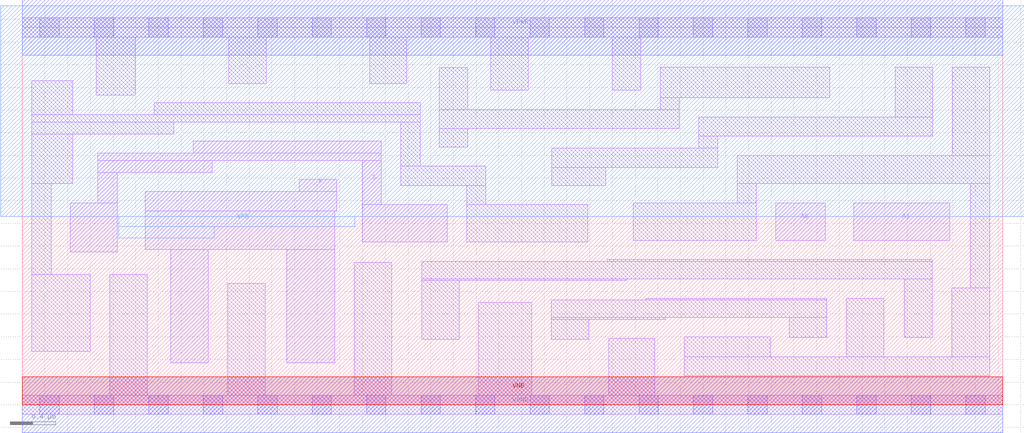
<source format=lef>
# Copyright 2020 The SkyWater PDK Authors
#
# Licensed under the Apache License, Version 2.0 (the "License");
# you may not use this file except in compliance with the License.
# You may obtain a copy of the License at
#
#     https://www.apache.org/licenses/LICENSE-2.0
#
# Unless required by applicable law or agreed to in writing, software
# distributed under the License is distributed on an "AS IS" BASIS,
# WITHOUT WARRANTIES OR CONDITIONS OF ANY KIND, either express or implied.
# See the License for the specific language governing permissions and
# limitations under the License.
#
# SPDX-License-Identifier: Apache-2.0

VERSION 5.7 ;
  NOWIREEXTENSIONATPIN ON ;
  DIVIDERCHAR "/" ;
  BUSBITCHARS "[]" ;
MACRO sky130_fd_sc_ls__mux2_4
  CLASS CORE ;
  FOREIGN sky130_fd_sc_ls__mux2_4 ;
  ORIGIN  0.000000  0.000000 ;
  SIZE  8.640000 BY  3.330000 ;
  SYMMETRY X Y ;
  SITE unit ;
  PIN A0
    ANTENNAGATEAREA  0.492000 ;
    DIRECTION INPUT ;
    USE SIGNAL ;
    PORT
      LAYER li1 ;
        RECT 6.640000 1.450000 7.075000 1.780000 ;
    END
  END A0
  PIN A1
    ANTENNAGATEAREA  0.492000 ;
    DIRECTION INPUT ;
    USE SIGNAL ;
    PORT
      LAYER li1 ;
        RECT 7.325000 1.450000 8.175000 1.780000 ;
    END
  END A1
  PIN S
    ANTENNAGATEAREA  0.738000 ;
    DIRECTION INPUT ;
    USE SIGNAL ;
    PORT
      LAYER li1 ;
        RECT 0.425000 1.350000 0.835000 1.780000 ;
        RECT 0.665000 1.780000 0.835000 2.050000 ;
        RECT 0.665000 2.050000 1.675000 2.155000 ;
        RECT 0.665000 2.155000 3.165000 2.220000 ;
        RECT 1.505000 2.220000 3.165000 2.325000 ;
        RECT 2.995000 1.435000 3.745000 1.765000 ;
        RECT 2.995000 1.765000 3.165000 2.155000 ;
    END
  END S
  PIN X
    ANTENNADIFFAREA  1.576550 ;
    DIRECTION OUTPUT ;
    USE SIGNAL ;
    PORT
      LAYER li1 ;
        RECT 1.085000 1.370000 2.755000 1.710000 ;
        RECT 1.085000 1.710000 2.770000 1.880000 ;
        RECT 1.310000 0.370000 1.640000 1.370000 ;
        RECT 2.330000 0.370000 2.755000 1.370000 ;
        RECT 2.440000 1.880000 2.770000 1.985000 ;
    END
  END X
  PIN VGND
    DIRECTION INOUT ;
    SHAPE ABUTMENT ;
    USE GROUND ;
    PORT
      LAYER met1 ;
        RECT 0.000000 -0.245000 8.640000 0.245000 ;
    END
  END VGND
  PIN VNB
    DIRECTION INOUT ;
    USE GROUND ;
    PORT
      LAYER pwell ;
        RECT 0.000000 0.000000 8.640000 0.245000 ;
    END
  END VNB
  PIN VPB
    DIRECTION INOUT ;
    USE POWER ;
    PORT
      LAYER nwell ;
        RECT -0.190000 1.660000 8.830000 3.520000 ;
        RECT  0.850000 1.470000 1.690000 1.575000 ;
        RECT  0.850000 1.575000 2.930000 1.660000 ;
    END
  END VPB
  PIN VPWR
    DIRECTION INOUT ;
    SHAPE ABUTMENT ;
    USE POWER ;
    PORT
      LAYER met1 ;
        RECT 0.000000 3.085000 8.640000 3.575000 ;
    END
  END VPWR
  OBS
    LAYER li1 ;
      RECT 0.000000 -0.085000 8.640000 0.085000 ;
      RECT 0.000000  3.245000 8.640000 3.415000 ;
      RECT 0.085000  0.470000 0.600000 1.150000 ;
      RECT 0.085000  1.150000 0.255000 1.950000 ;
      RECT 0.085000  1.950000 0.445000 2.390000 ;
      RECT 0.085000  2.390000 1.335000 2.495000 ;
      RECT 0.085000  2.495000 3.505000 2.560000 ;
      RECT 0.085000  2.560000 0.445000 2.860000 ;
      RECT 0.650000  2.730000 0.995000 3.245000 ;
      RECT 0.770000  0.085000 1.100000 1.150000 ;
      RECT 1.165000  2.560000 3.505000 2.665000 ;
      RECT 1.810000  0.085000 2.140000 1.070000 ;
      RECT 1.820000  2.835000 2.150000 3.245000 ;
      RECT 2.925000  0.085000 3.255000 1.255000 ;
      RECT 3.060000  2.835000 3.390000 3.245000 ;
      RECT 3.335000  1.935000 4.085000 2.105000 ;
      RECT 3.335000  2.105000 3.505000 2.495000 ;
      RECT 3.520000  0.575000 3.850000 1.095000 ;
      RECT 3.520000  1.095000 5.325000 1.110000 ;
      RECT 3.520000  1.110000 8.020000 1.265000 ;
      RECT 3.675000  2.275000 3.925000 2.435000 ;
      RECT 3.675000  2.435000 5.790000 2.605000 ;
      RECT 3.675000  2.605000 3.925000 2.975000 ;
      RECT 3.915000  1.435000 4.985000 1.765000 ;
      RECT 3.915000  1.765000 4.085000 1.935000 ;
      RECT 4.020000  0.085000 4.490000 0.905000 ;
      RECT 4.130000  2.775000 4.460000 3.245000 ;
      RECT 4.660000  0.575000 4.990000 0.755000 ;
      RECT 4.660000  0.755000 5.665000 0.770000 ;
      RECT 4.660000  0.770000 7.090000 0.925000 ;
      RECT 4.665000  1.935000 5.140000 2.095000 ;
      RECT 4.665000  2.095000 6.130000 2.265000 ;
      RECT 5.155000  1.265000 8.020000 1.280000 ;
      RECT 5.170000  0.085000 5.575000 0.585000 ;
      RECT 5.200000  2.775000 5.450000 3.245000 ;
      RECT 5.385000  1.450000 6.470000 1.780000 ;
      RECT 5.495000  0.925000 7.090000 0.940000 ;
      RECT 5.620000  2.605000 5.790000 2.710000 ;
      RECT 5.620000  2.710000 7.115000 2.980000 ;
      RECT 5.835000  0.255000 8.525000 0.425000 ;
      RECT 5.835000  0.425000 6.590000 0.600000 ;
      RECT 5.960000  2.265000 6.130000 2.370000 ;
      RECT 5.960000  2.370000 8.025000 2.540000 ;
      RECT 6.300000  1.780000 6.470000 1.950000 ;
      RECT 6.300000  1.950000 8.525000 2.200000 ;
      RECT 6.760000  0.595000 7.090000 0.770000 ;
      RECT 7.260000  0.425000 7.590000 0.940000 ;
      RECT 7.695000  2.540000 8.025000 2.980000 ;
      RECT 7.770000  0.595000 8.020000 1.110000 ;
      RECT 8.190000  0.425000 8.525000 1.030000 ;
      RECT 8.195000  2.200000 8.525000 2.980000 ;
      RECT 8.355000  1.030000 8.525000 1.950000 ;
    LAYER mcon ;
      RECT 0.155000 -0.085000 0.325000 0.085000 ;
      RECT 0.155000  3.245000 0.325000 3.415000 ;
      RECT 0.635000 -0.085000 0.805000 0.085000 ;
      RECT 0.635000  3.245000 0.805000 3.415000 ;
      RECT 1.115000 -0.085000 1.285000 0.085000 ;
      RECT 1.115000  3.245000 1.285000 3.415000 ;
      RECT 1.595000 -0.085000 1.765000 0.085000 ;
      RECT 1.595000  3.245000 1.765000 3.415000 ;
      RECT 2.075000 -0.085000 2.245000 0.085000 ;
      RECT 2.075000  3.245000 2.245000 3.415000 ;
      RECT 2.555000 -0.085000 2.725000 0.085000 ;
      RECT 2.555000  3.245000 2.725000 3.415000 ;
      RECT 3.035000 -0.085000 3.205000 0.085000 ;
      RECT 3.035000  3.245000 3.205000 3.415000 ;
      RECT 3.515000 -0.085000 3.685000 0.085000 ;
      RECT 3.515000  3.245000 3.685000 3.415000 ;
      RECT 3.995000 -0.085000 4.165000 0.085000 ;
      RECT 3.995000  3.245000 4.165000 3.415000 ;
      RECT 4.475000 -0.085000 4.645000 0.085000 ;
      RECT 4.475000  3.245000 4.645000 3.415000 ;
      RECT 4.955000 -0.085000 5.125000 0.085000 ;
      RECT 4.955000  3.245000 5.125000 3.415000 ;
      RECT 5.435000 -0.085000 5.605000 0.085000 ;
      RECT 5.435000  3.245000 5.605000 3.415000 ;
      RECT 5.915000 -0.085000 6.085000 0.085000 ;
      RECT 5.915000  3.245000 6.085000 3.415000 ;
      RECT 6.395000 -0.085000 6.565000 0.085000 ;
      RECT 6.395000  3.245000 6.565000 3.415000 ;
      RECT 6.875000 -0.085000 7.045000 0.085000 ;
      RECT 6.875000  3.245000 7.045000 3.415000 ;
      RECT 7.355000 -0.085000 7.525000 0.085000 ;
      RECT 7.355000  3.245000 7.525000 3.415000 ;
      RECT 7.835000 -0.085000 8.005000 0.085000 ;
      RECT 7.835000  3.245000 8.005000 3.415000 ;
      RECT 8.315000 -0.085000 8.485000 0.085000 ;
      RECT 8.315000  3.245000 8.485000 3.415000 ;
  END
END sky130_fd_sc_ls__mux2_4
END LIBRARY

</source>
